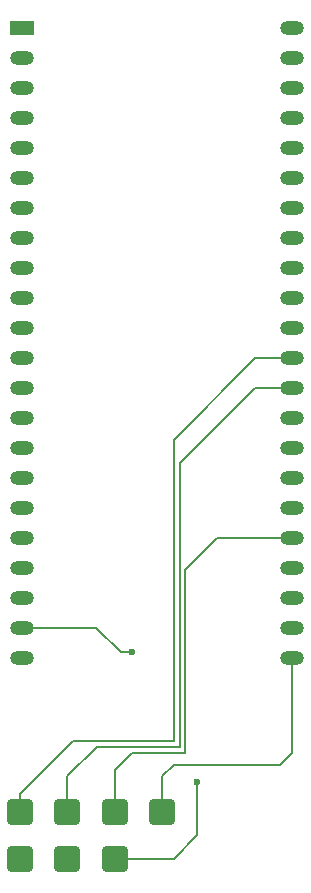
<source format=gtl>
%TF.GenerationSoftware,KiCad,Pcbnew,9.0.2*%
%TF.CreationDate,2025-07-06T23:36:37+02:00*%
%TF.ProjectId,wireless-nes-adapter,77697265-6c65-4737-932d-6e65732d6164,rev?*%
%TF.SameCoordinates,Original*%
%TF.FileFunction,Copper,L1,Top*%
%TF.FilePolarity,Positive*%
%FSLAX46Y46*%
G04 Gerber Fmt 4.6, Leading zero omitted, Abs format (unit mm)*
G04 Created by KiCad (PCBNEW 9.0.2) date 2025-07-06 23:36:37*
%MOMM*%
%LPD*%
G01*
G04 APERTURE LIST*
G04 Aperture macros list*
%AMRoundRect*
0 Rectangle with rounded corners*
0 $1 Rounding radius*
0 $2 $3 $4 $5 $6 $7 $8 $9 X,Y pos of 4 corners*
0 Add a 4 corners polygon primitive as box body*
4,1,4,$2,$3,$4,$5,$6,$7,$8,$9,$2,$3,0*
0 Add four circle primitives for the rounded corners*
1,1,$1+$1,$2,$3*
1,1,$1+$1,$4,$5*
1,1,$1+$1,$6,$7*
1,1,$1+$1,$8,$9*
0 Add four rect primitives between the rounded corners*
20,1,$1+$1,$2,$3,$4,$5,0*
20,1,$1+$1,$4,$5,$6,$7,0*
20,1,$1+$1,$6,$7,$8,$9,0*
20,1,$1+$1,$8,$9,$2,$3,0*%
G04 Aperture macros list end*
%TA.AperFunction,ComponentPad*%
%ADD10RoundRect,0.250000X-0.825000X-0.825000X0.825000X-0.825000X0.825000X0.825000X-0.825000X0.825000X0*%
%TD*%
%TA.AperFunction,ComponentPad*%
%ADD11R,2.000000X1.200000*%
%TD*%
%TA.AperFunction,ComponentPad*%
%ADD12O,2.000000X1.200000*%
%TD*%
%TA.AperFunction,ViaPad*%
%ADD13C,0.600000*%
%TD*%
%TA.AperFunction,Conductor*%
%ADD14C,0.200000*%
%TD*%
G04 APERTURE END LIST*
D10*
%TO.P,G1,1,Pin_1*%
%TO.N,Net-(G1-Pin_1)*%
X114500000Y-124500000D03*
%TD*%
%TO.P,N2,1,Pin_1*%
%TO.N,unconnected-(N2-Pin_1-Pad1)*%
X102500000Y-128500000D03*
%TD*%
%TO.P,N1,1,Pin_1*%
%TO.N,unconnected-(N1-Pin_1-Pad1)*%
X106500000Y-128500000D03*
%TD*%
%TO.P,D1,1,Pin_1*%
%TO.N,Net-(D1-Pin_1)*%
X102500000Y-124500000D03*
%TD*%
%TO.P,L1,1,Pin_1*%
%TO.N,Net-(L1-Pin_1)*%
X106500000Y-124500000D03*
%TD*%
%TO.P,C1,1,Pin_1*%
%TO.N,Net-(C1-Pin_1)*%
X110500000Y-124500000D03*
%TD*%
%TO.P,VCC1,1,Pin_1*%
%TO.N,Net-(U1-5V)*%
X110500000Y-128500000D03*
%TD*%
D11*
%TO.P,U1,1,3V3*%
%TO.N,Net-(U1-3V3-Pad1)*%
X102640000Y-58140000D03*
D12*
%TO.P,U1,2,3V3*%
X102640000Y-60680000D03*
%TO.P,U1,3,CHIP_PU*%
%TO.N,unconnected-(U1-CHIP_PU-Pad3)*%
X102640000Y-63220000D03*
%TO.P,U1,4,GPIO4/ADC1_CH3*%
%TO.N,unconnected-(U1-GPIO4{slash}ADC1_CH3-Pad4)*%
X102640000Y-65760000D03*
%TO.P,U1,5,GPIO5/ADC1_CH4*%
%TO.N,unconnected-(U1-GPIO5{slash}ADC1_CH4-Pad5)*%
X102640000Y-68300000D03*
%TO.P,U1,6,GPIO6/ADC1_CH5*%
%TO.N,unconnected-(U1-GPIO6{slash}ADC1_CH5-Pad6)*%
X102640000Y-70840000D03*
%TO.P,U1,7,GPIO7/ADC1_CH6*%
%TO.N,unconnected-(U1-GPIO7{slash}ADC1_CH6-Pad7)*%
X102640000Y-73380000D03*
%TO.P,U1,8,GPIO15/ADC2_CH4/32K_P*%
%TO.N,unconnected-(U1-GPIO15{slash}ADC2_CH4{slash}32K_P-Pad8)*%
X102640000Y-75920000D03*
%TO.P,U1,9,GPIO16/ADC2_CH5/32K_N*%
%TO.N,unconnected-(U1-GPIO16{slash}ADC2_CH5{slash}32K_N-Pad9)*%
X102640000Y-78460000D03*
%TO.P,U1,10,GPIO17/ADC2_CH6*%
%TO.N,unconnected-(U1-GPIO17{slash}ADC2_CH6-Pad10)*%
X102640000Y-81000000D03*
%TO.P,U1,11,GPIO18/ADC2_CH7*%
%TO.N,unconnected-(U1-GPIO18{slash}ADC2_CH7-Pad11)*%
X102640000Y-83540000D03*
%TO.P,U1,12,GPIO8/ADC1_CH7*%
%TO.N,unconnected-(U1-GPIO8{slash}ADC1_CH7-Pad12)*%
X102640000Y-86080000D03*
%TO.P,U1,13,GPIO3/ADC1_CH2*%
%TO.N,unconnected-(U1-GPIO3{slash}ADC1_CH2-Pad13)*%
X102640000Y-88620000D03*
%TO.P,U1,14,GPIO46*%
%TO.N,unconnected-(U1-GPIO46-Pad14)*%
X102640000Y-91160000D03*
%TO.P,U1,15,GPIO9/ADC1_CH8*%
%TO.N,unconnected-(U1-GPIO9{slash}ADC1_CH8-Pad15)*%
X102640000Y-93700000D03*
%TO.P,U1,16,GPIO10/ADC1_CH9*%
%TO.N,unconnected-(U1-GPIO10{slash}ADC1_CH9-Pad16)*%
X102640000Y-96240000D03*
%TO.P,U1,17,GPIO11/ADC2_CH0*%
%TO.N,unconnected-(U1-GPIO11{slash}ADC2_CH0-Pad17)*%
X102640000Y-98780000D03*
%TO.P,U1,18,GPIO12/ADC2_CH1*%
%TO.N,unconnected-(U1-GPIO12{slash}ADC2_CH1-Pad18)*%
X102640000Y-101320000D03*
%TO.P,U1,19,GPIO13/ADC2_CH2*%
%TO.N,unconnected-(U1-GPIO13{slash}ADC2_CH2-Pad19)*%
X102640000Y-103860000D03*
%TO.P,U1,20,GPIO14/ADC2_CH3*%
%TO.N,unconnected-(U1-GPIO14{slash}ADC2_CH3-Pad20)*%
X102636320Y-106397280D03*
%TO.P,U1,21,5V*%
%TO.N,Net-(U1-5V)*%
X102636320Y-108937280D03*
%TO.P,U1,22,GND*%
%TO.N,Net-(G1-Pin_1)*%
X102636320Y-111477280D03*
%TO.P,U1,23,GND*%
X125500000Y-111480000D03*
%TO.P,U1,24,GND*%
X125500000Y-108940000D03*
%TO.P,U1,25,GPIO19/USB_D-*%
%TO.N,unconnected-(U1-GPIO19{slash}USB_D--Pad25)*%
X125500000Y-106400000D03*
%TO.P,U1,26,GPIO20/USB_D+*%
%TO.N,unconnected-(U1-GPIO20{slash}USB_D+-Pad26)*%
X125500000Y-103860000D03*
%TO.P,U1,27,GPIO21*%
%TO.N,Net-(C1-Pin_1)*%
X125500000Y-101320000D03*
%TO.P,U1,28,GPIO47*%
%TO.N,unconnected-(U1-GPIO47-Pad28)*%
X125500000Y-98780000D03*
%TO.P,U1,29,GPIO48*%
%TO.N,unconnected-(U1-GPIO48-Pad29)*%
X125500000Y-96240000D03*
%TO.P,U1,30,GPIO45*%
%TO.N,unconnected-(U1-GPIO45-Pad30)*%
X125500000Y-93700000D03*
%TO.P,U1,31,GPIO0*%
%TO.N,unconnected-(U1-GPIO0-Pad31)*%
X125500000Y-91160000D03*
%TO.P,U1,32,GPIO35*%
%TO.N,Net-(L1-Pin_1)*%
X125500000Y-88620000D03*
%TO.P,U1,33,GPIO36*%
%TO.N,Net-(D1-Pin_1)*%
X125500000Y-86080000D03*
%TO.P,U1,34,GPIO37*%
%TO.N,unconnected-(U1-GPIO37-Pad34)*%
X125500000Y-83540000D03*
%TO.P,U1,35,GPIO38*%
%TO.N,unconnected-(U1-GPIO38-Pad35)*%
X125500000Y-81000000D03*
%TO.P,U1,36,GPIO39/MTCK*%
%TO.N,unconnected-(U1-GPIO39{slash}MTCK-Pad36)*%
X125500000Y-78460000D03*
%TO.P,U1,37,GPIO40/MTDO*%
%TO.N,unconnected-(U1-GPIO40{slash}MTDO-Pad37)*%
X125500000Y-75920000D03*
%TO.P,U1,38,GPIO41/MTDI*%
%TO.N,unconnected-(U1-GPIO41{slash}MTDI-Pad38)*%
X125500000Y-73380000D03*
%TO.P,U1,39,GPIO42/MTMS*%
%TO.N,unconnected-(U1-GPIO42{slash}MTMS-Pad39)*%
X125500000Y-70840000D03*
%TO.P,U1,40,GPIO2/ADC1_CH1*%
%TO.N,unconnected-(U1-GPIO2{slash}ADC1_CH1-Pad40)*%
X125500000Y-68300000D03*
%TO.P,U1,41,GPIO1/ADC1_CH0*%
%TO.N,unconnected-(U1-GPIO1{slash}ADC1_CH0-Pad41)*%
X125500000Y-65760000D03*
%TO.P,U1,42,GPIO44/U0RXD*%
%TO.N,unconnected-(U1-GPIO44{slash}U0RXD-Pad42)*%
X125500000Y-63220000D03*
%TO.P,U1,43,GPIO43/U0TXD*%
%TO.N,unconnected-(U1-GPIO43{slash}U0TXD-Pad43)*%
X125500000Y-60680000D03*
%TO.P,U1,44,GND*%
%TO.N,Net-(G1-Pin_1)*%
X125500000Y-58140000D03*
%TD*%
D13*
%TO.N,Net-(U1-5V)*%
X112000000Y-111000000D03*
X117500000Y-122000000D03*
%TD*%
D14*
%TO.N,Net-(U1-5V)*%
X117500000Y-126500000D02*
X117500000Y-122000000D01*
X112000000Y-111000000D02*
X111000000Y-111000000D01*
X111000000Y-111000000D02*
X108937280Y-108937280D01*
X108937280Y-108937280D02*
X102636320Y-108937280D01*
X110500000Y-128500000D02*
X115500000Y-128500000D01*
X115500000Y-128500000D02*
X117500000Y-126500000D01*
%TO.N,Net-(G1-Pin_1)*%
X114500000Y-124500000D02*
X114500000Y-121500000D01*
X114500000Y-121500000D02*
X115500000Y-120500000D01*
X115500000Y-120500000D02*
X124500000Y-120500000D01*
X124500000Y-120500000D02*
X125500000Y-119500000D01*
X125500000Y-119500000D02*
X125500000Y-111480000D01*
%TO.N,Net-(L1-Pin_1)*%
X106500000Y-124500000D02*
X106500000Y-121500000D01*
X122380000Y-88620000D02*
X125500000Y-88620000D01*
X106500000Y-121500000D02*
X109000000Y-119000000D01*
X109000000Y-119000000D02*
X116000000Y-119000000D01*
X116000000Y-119000000D02*
X116000000Y-95000000D01*
X116000000Y-95000000D02*
X122380000Y-88620000D01*
%TO.N,Net-(D1-Pin_1)*%
X102500000Y-124500000D02*
X102500000Y-123000000D01*
X115500000Y-118500000D02*
X115500000Y-93000000D01*
X102500000Y-123000000D02*
X107000000Y-118500000D01*
X115500000Y-93000000D02*
X122420000Y-86080000D01*
X107000000Y-118500000D02*
X115500000Y-118500000D01*
X122420000Y-86080000D02*
X125500000Y-86080000D01*
%TO.N,Net-(C1-Pin_1)*%
X110500000Y-124500000D02*
X110500000Y-121000000D01*
X110500000Y-121000000D02*
X112000000Y-119500000D01*
X112000000Y-119500000D02*
X116500000Y-119500000D01*
X116500000Y-119500000D02*
X116500000Y-104000000D01*
X116500000Y-104000000D02*
X119180000Y-101320000D01*
X119180000Y-101320000D02*
X125500000Y-101320000D01*
%TD*%
M02*

</source>
